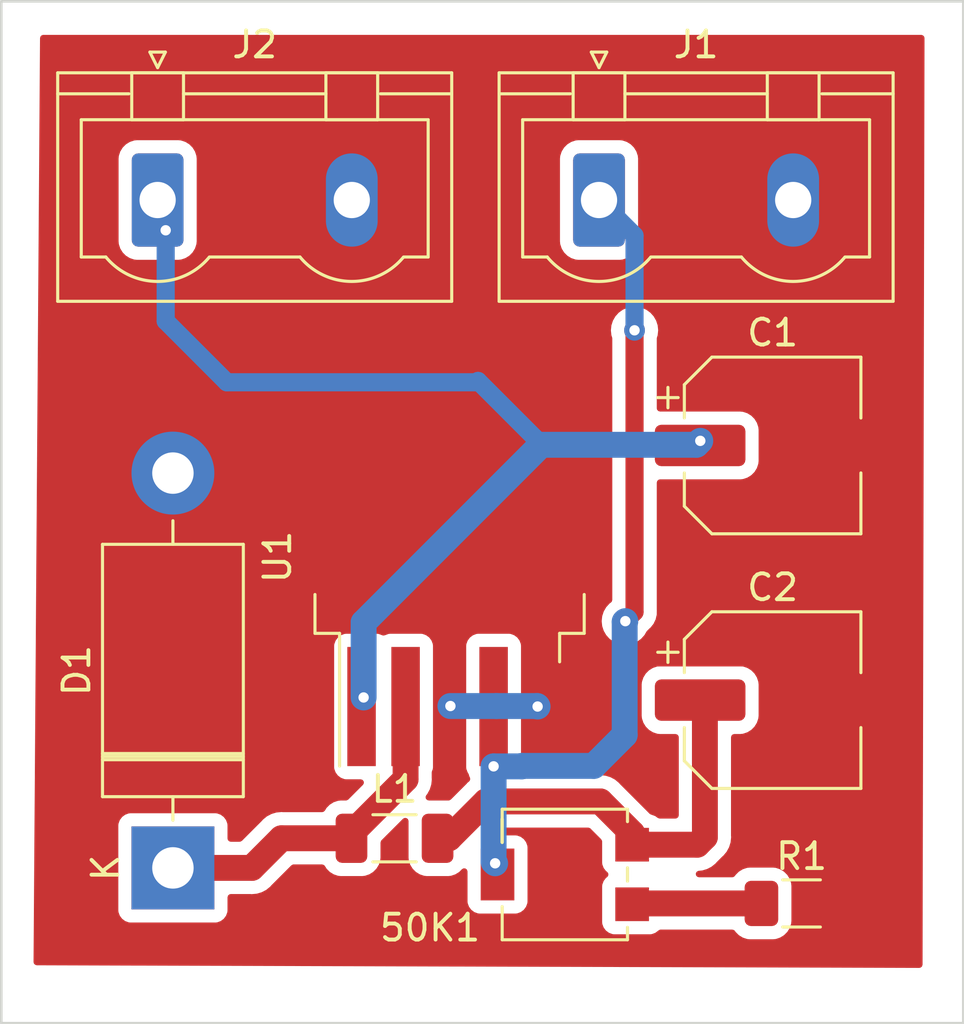
<source format=kicad_pcb>
(kicad_pcb (version 20211014) (generator pcbnew)
  (layers (0 "F.Cu" signal) (31 "B.Cu" signal) (34 "B.Paste" user) (35 "F.Paste" user) (36 "B.SilkS" user "B.Silkscreen") (37 "F.SilkS" user "F.Silkscreen") (38 "B.Mask" user) (39 "F.Mask" user) (44 "Edge.Cuts" user))
  (net 0 "")
  (net 1 "Net-(50K1-Pad1)")
  (net 2 "Net-(50K1-Pad2)")
  (net 3 "Net-(50K1-Pad3)")
  (net 4 "Net-(U1-Pad1)")
  (net 5 "GND")
  (net 6 "Net-(D1-Pad1)")
  (footprint "Capacitor_SMD:CP_Elec_6.3x5.9" (layer "F.Cu") (at 185.6486 90.424)
    (fp_text reference "C1" (at 0 -4.35) (layer "F.SilkS"))
    (fp_text value "C_Polarized")
    (fp_line (start -3.41 2.345563) (end -2.345563 3.41) (layer "F.SilkS") (width 0.12))
    (fp_line (start -4.04375 -2.24125) (end -4.04375 -1.45375) (layer "F.SilkS") (width 0.12))
    (fp_line (start -3.41 -2.345563) (end -3.41 -1.06) (layer "F.SilkS") (width 0.12))
    (fp_line (start -3.41 -2.345563) (end -2.345563 -3.41) (layer "F.SilkS") (width 0.12))
    (fp_line (start -3.41 2.345563) (end -3.41 1.06) (layer "F.SilkS") (width 0.12))
    (fp_line (start -2.345563 -3.41) (end 3.41 -3.41) (layer "F.SilkS") (width 0.12))
    (fp_line (start -4.4375 -1.8475) (end -3.65 -1.8475) (layer "F.SilkS") (width 0.12))
    (fp_line (start -2.345563 3.41) (end 3.41 3.41) (layer "F.SilkS") (width 0.12))
    (fp_line (start 3.41 -3.41) (end 3.41 -1.06) (layer "F.SilkS") (width 0.12))
    (fp_line (start 3.41 3.41) (end 3.41 1.06) (layer "F.SilkS") (width 0.12))
    (pad "1" smd roundrect (at -2.8 0) (size 3.5 1.6) (layers "F.Cu" "F.Paste" "F.Mask") (roundrect_rratio 0.15625) (net 4 "Net-(U1-Pad1)"))
    (pad "2" smd roundrect (at 2.8 0) (size 3.5 1.6) (layers "F.Cu" "F.Paste" "F.Mask") (roundrect_rratio 0.15625) (net 5 "GND"))
  )
  (footprint "Capacitor_SMD:CP_Elec_6.3x5.9" (layer "F.Cu") (at 185.6486 100.2538)
    (fp_text reference "C2" (at 0 -4.35) (layer "F.SilkS"))
    (fp_text value "C_Polarized")
    (fp_line (start -3.41 -2.345563) (end -3.41 -1.06) (layer "F.SilkS") (width 0.12))
    (fp_line (start -3.41 -2.345563) (end -2.345563 -3.41) (layer "F.SilkS") (width 0.12))
    (fp_line (start -2.345563 3.41) (end 3.41 3.41) (layer "F.SilkS") (width 0.12))
    (fp_line (start -4.04375 -2.24125) (end -4.04375 -1.45375) (layer "F.SilkS") (width 0.12))
    (fp_line (start -3.41 2.345563) (end -3.41 1.06) (layer "F.SilkS") (width 0.12))
    (fp_line (start -3.41 2.345563) (end -2.345563 3.41) (layer "F.SilkS") (width 0.12))
    (fp_line (start -2.345563 -3.41) (end 3.41 -3.41) (layer "F.SilkS") (width 0.12))
    (fp_line (start 3.41 -3.41) (end 3.41 -1.06) (layer "F.SilkS") (width 0.12))
    (fp_line (start -4.4375 -1.8475) (end -3.65 -1.8475) (layer "F.SilkS") (width 0.12))
    (fp_line (start 3.41 3.41) (end 3.41 1.06) (layer "F.SilkS") (width 0.12))
    (pad "1" smd roundrect (at -2.8 0) (size 3.5 1.6) (layers "F.Cu" "F.Paste" "F.Mask") (roundrect_rratio 0.15625) (net 1 "Net-(50K1-Pad1)"))
    (pad "2" smd roundrect (at 2.8 0) (size 3.5 1.6) (layers "F.Cu" "F.Paste" "F.Mask") (roundrect_rratio 0.15625) (net 5 "GND"))
  )
  (footprint "Diode_THT:D_DO-201AD_P15.24mm_Horizontal" (layer "F.Cu") (at 162.4838 106.7308 90)
    (fp_text reference "D1" (at 7.62 -3.72 90) (layer "F.SilkS"))
    (fp_text value "1N5822")
    (fp_text user "K" (at 0 -2.6 90) (layer "F.SilkS"))
    (fp_line (start 1.84 0) (end 2.75 0) (layer "F.SilkS") (width 0.12))
    (fp_line (start 4.175 -2.72) (end 4.175 2.72) (layer "F.SilkS") (width 0.12))
    (fp_line (start 2.75 -2.72) (end 2.75 2.72) (layer "F.SilkS") (width 0.12))
    (fp_line (start 4.415 -2.72) (end 4.415 2.72) (layer "F.SilkS") (width 0.12))
    (fp_line (start 13.4 0) (end 12.49 0) (layer "F.SilkS") (width 0.12))
    (fp_line (start 12.49 -2.72) (end 2.75 -2.72) (layer "F.SilkS") (width 0.12))
    (fp_line (start 4.295 -2.72) (end 4.295 2.72) (layer "F.SilkS") (width 0.12))
    (fp_line (start 12.49 2.72) (end 12.49 -2.72) (layer "F.SilkS") (width 0.12))
    (fp_line (start 2.75 2.72) (end 12.49 2.72) (layer "F.SilkS") (width 0.12))
    (pad "1" thru_hole rect (at 0 0 90) (size 3.2 3.2) (drill 1.6) (layers *.Cu *.Mask) (net 6 "Net-(D1-Pad1)"))
    (pad "2" thru_hole oval (at 15.24 0 90) (size 3.2 3.2) (drill 1.6) (layers *.Cu *.Mask) (net 5 "GND"))
  )
  (footprint "Package_TO_SOT_SMD:TO-263-5_TabPin3" (layer "F.Cu") (at 173.1708 94.7268 90)
    (fp_text reference "U1" (at 0 -6.65 90) (layer "F.SilkS"))
    (fp_text value "LM2576HVS-ADJ")
    (fp_line (start -2.95 5.2) (end -2.95 4.25) (layer "F.SilkS") (width 0.12))
    (fp_line (start -1.45 5.2) (end -2.95 5.2) (layer "F.SilkS") (width 0.12))
    (fp_line (start -2.95 -5.2) (end -2.95 -4.25) (layer "F.SilkS") (width 0.12))
    (fp_line (start -2.95 4.25) (end -4.05 4.25) (layer "F.SilkS") (width 0.12))
    (fp_line (start -2.95 -4.25) (end -8.075 -4.25) (layer "F.SilkS") (width 0.12))
    (fp_line (start -1.45 -5.2) (end -2.95 -5.2) (layer "F.SilkS") (width 0.12))
    (pad "1" smd rect (at -5.775 -3.4 90) (size 4.6 1.1) (layers "F.Cu" "F.Paste" "F.Mask") (net 4 "Net-(U1-Pad1)"))
    (pad "2" smd rect (at -5.775 -1.7 90) (size 4.6 1.1) (layers "F.Cu" "F.Paste" "F.Mask") (net 6 "Net-(D1-Pad1)"))
    (pad "3" smd rect (at 3.375 0 90) (size 9.4 10.8) (layers "F.Cu" "F.Mask") (net 5 "GND"))
    (pad "3" smd rect (at -5.775 0 90) (size 4.6 1.1) (layers "F.Cu" "F.Paste" "F.Mask") (net 5 "GND"))
    (pad "4" smd rect (at -5.775 1.7 90) (size 4.6 1.1) (layers "F.Cu" "F.Paste" "F.Mask") (net 2 "Net-(50K1-Pad2)"))
    (pad "5" smd rect (at -5.775 3.4 90) (size 4.6 1.1) (layers "F.Cu" "F.Paste" "F.Mask") (net 5 "GND"))
  )
  (footprint "Connector_Phoenix_GMSTB:PhoenixContact_GMSTBVA_2,5_2-G_1x02_P7.50mm_Vertical" (layer "F.Cu") (at 161.893 80.9498)
    (fp_text reference "J2" (at 3.75 -6) (layer "F.SilkS"))
    (fp_text value "klemens")
    (fp_line (start 0.3 -5.71) (end 0 -5.11) (layer "F.SilkS") (width 0.12))
    (fp_line (start 1 -4.1) (end 6.5 -4.1) (layer "F.SilkS") (width 0.12))
    (fp_line (start 0 -5.11) (end -0.3 -5.71) (layer "F.SilkS") (width 0.12))
    (fp_line (start 8.5 -3.1) (end 6.5 -3.1) (layer "F.SilkS") (width 0.12))
    (fp_line (start -2.95 2.2) (end -2.95 -3.1) (layer "F.SilkS") (width 0.12))
    (fp_line (start 1 -3.1) (end -1 -3.1) (layer "F.SilkS") (width 0.12))
    (fp_line (start -0.3 -5.71) (end 0.3 -5.71) (layer "F.SilkS") (width 0.12))
    (fp_line (start -2 2.2) (end -2.95 2.2) (layer "F.SilkS") (width 0.12))
    (fp_line (start 8.5 -4.91) (end 8.5 -3.1) (layer "F.SilkS") (width 0.12))
    (fp_line (start 6.5 -3.1) (end 6.5 -4.91) (layer "F.SilkS") (width 0.12))
    (fp_line (start -3.86 -4.91) (end -3.86 3.91) (layer "F.SilkS") (width 0.12))
    (fp_line (start 11.36 -4.1) (end 8.61 -4.1) (layer "F.SilkS") (width 0.12))
    (fp_line (start -2.95 -3.1) (end 10.45 -3.1) (layer "F.SilkS") (width 0.12))
    (fp_line (start 10.45 2.2) (end 9.5 2.2) (layer "F.SilkS") (width 0.12))
    (fp_line (start -1 -4.91) (end 1 -4.91) (layer "F.SilkS") (width 0.12))
    (fp_line (start 1 -4.91) (end 1 -3.1) (layer "F.SilkS") (width 0.12))
    (fp_line (start -3.86 3.91) (end 11.36 3.91) (layer "F.SilkS") (width 0.12))
    (fp_line (start 2 2.2) (end 5.5 2.2) (layer "F.SilkS") (width 0.12))
    (fp_line (start 10.45 -3.1) (end 10.45 2.2) (layer "F.SilkS") (width 0.12))
    (fp_line (start 11.36 -4.91) (end -3.86 -4.91) (layer "F.SilkS") (width 0.12))
    (fp_line (start 6.5 -4.91) (end 8.5 -4.91) (layer "F.SilkS") (width 0.12))
    (fp_line (start 11.36 3.91) (end 11.36 -4.91) (layer "F.SilkS") (width 0.12))
    (fp_line (start -3.86 -4.1) (end -1.11 -4.1) (layer "F.SilkS") (width 0.12))
    (fp_line (start -1 -3.1) (end -1 -4.91) (layer "F.SilkS") (width 0.12))
    (fp_arc (start 9.486842 2.215821) (mid 7.489711 3.142758) (end 5.5 2.2) (layer "F.SilkS") (width 0.12))
    (fp_arc (start 1.986842 2.215821) (mid -0.010289 3.142758) (end -2 2.2) (layer "F.SilkS") (width 0.12))
    (pad "1" thru_hole roundrect (at 0 0) (size 2 3.6) (drill 1.4) (layers *.Cu *.Mask) (roundrect_rratio 0.125) (net 4 "Net-(U1-Pad1)"))
    (pad "2" thru_hole oval (at 7.5 0) (size 2 3.6) (drill 1.4) (layers *.Cu *.Mask) (net 5 "GND"))
  )
  (footprint "Potentiometer_SMD:Potentiometer_Bourns_3224G_Horizontal" (layer "F.Cu") (at 177.6222 106.9848)
    (fp_text reference "50K1" (at -5.207 2.0574) (layer "F.SilkS"))
    (fp_text value "R_Potentiometer")
    (fp_line (start -2.42 1.24) (end -2.42 2.52) (layer "F.SilkS") (width 0.12))
    (fp_line (start -2.42 -2.52) (end 2.42 -2.52) (layer "F.SilkS") (width 0.12))
    (fp_line (start 2.42 -2.52) (end 2.42 -2.04) (layer "F.SilkS") (width 0.12))
    (fp_line (start -2.42 -2.14) (end -2.42 -1.24) (layer "F.SilkS") (width 0.12))
    (fp_line (start -2.42 2.52) (end 2.42 2.52) (layer "F.SilkS") (width 0.12))
    (fp_line (start 2.42 -0.26) (end 2.42 0.26) (layer "F.SilkS") (width 0.12))
    (fp_line (start -2.42 -2.14) (end -2.42 -1.24) (layer "F.SilkS") (width 0.12))
    (fp_line (start -2.42 -2.52) (end -2.42 -1.24) (layer "F.SilkS") (width 0.12))
    (fp_line (start -2.42 -2.14) (end -2.42 -2.14) (layer "F.SilkS") (width 0.12))
    (fp_line (start 2.42 2.04) (end 2.42 2.52) (layer "F.SilkS") (width 0.12))
    (pad "1" smd rect (at 2.6 -1.15) (size 1.3 1.3) (layers "F.Cu" "F.Paste" "F.Mask") (net 1 "Net-(50K1-Pad1)"))
    (pad "2" smd rect (at -2.6 0) (size 1.3 2) (layers "F.Cu" "F.Paste" "F.Mask") (net 2 "Net-(50K1-Pad2)"))
    (pad "3" smd rect (at 2.6 1.15) (size 1.3 1.3) (layers "F.Cu" "F.Paste" "F.Mask") (net 3 "Net-(50K1-Pad3)"))
  )
  (footprint "Inductor_SMD:L_1206_3216Metric_Pad1.22x1.90mm_HandSolder" (layer "F.Cu") (at 171.0436 105.5878)
    (fp_text reference "L1" (at 0 -1.9) (layer "F.SilkS"))
    (fp_text value "150uH")
    (fp_line (start -0.835242 0.91) (end 0.835242 0.91) (layer "F.SilkS") (width 0.12))
    (fp_line (start -0.835242 -0.91) (end 0.835242 -0.91) (layer "F.SilkS") (width 0.12))
    (pad "1" smd roundrect (at -1.6625 0) (size 1.225 1.9) (layers "F.Cu" "F.Paste" "F.Mask") (roundrect_rratio 0.2040816327) (net 6 "Net-(D1-Pad1)"))
    (pad "2" smd roundrect (at 1.6625 0) (size 1.225 1.9) (layers "F.Cu" "F.Paste" "F.Mask") (roundrect_rratio 0.2040816327) (net 1 "Net-(50K1-Pad1)"))
  )
  (footprint "Connector_Phoenix_GMSTB:PhoenixContact_GMSTBVA_2,5_2-G_1x02_P7.50mm_Vertical" (layer "F.Cu") (at 178.943 80.9498)
    (fp_text reference "J1" (at 3.75 -6) (layer "F.SilkS"))
    (fp_text value "klemens")
    (fp_line (start -3.86 3.91) (end 11.36 3.91) (layer "F.SilkS") (width 0.12))
    (fp_line (start -2.95 -3.1) (end 10.45 -3.1) (layer "F.SilkS") (width 0.12))
    (fp_line (start 11.36 -4.1) (end 8.61 -4.1) (layer "F.SilkS") (width 0.12))
    (fp_line (start 6.5 -3.1) (end 6.5 -4.91) (layer "F.SilkS") (width 0.12))
    (fp_line (start 0 -5.11) (end -0.3 -5.71) (layer "F.SilkS") (width 0.12))
    (fp_line (start -1 -4.91) (end 1 -4.91) (layer "F.SilkS") (width 0.12))
    (fp_line (start -2.95 2.2) (end -2.95 -3.1) (layer "F.SilkS") (width 0.12))
    (fp_line (start 0.3 -5.71) (end 0 -5.11) (layer "F.SilkS") (width 0.12))
    (fp_line (start -2 2.2) (end -2.95 2.2) (layer "F.SilkS") (width 0.12))
    (fp_line (start 1 -3.1) (end -1 -3.1) (layer "F.SilkS") (width 0.12))
    (fp_line (start 8.5 -4.91) (end 8.5 -3.1) (layer "F.SilkS") (width 0.12))
    (fp_line (start 11.36 -4.91) (end -3.86 -4.91) (layer "F.SilkS") (width 0.12))
    (fp_line (start 1 -4.91) (end 1 -3.1) (layer "F.SilkS") (width 0.12))
    (fp_line (start 8.5 -3.1) (end 6.5 -3.1) (layer "F.SilkS") (width 0.12))
    (fp_line (start 10.45 2.2) (end 9.5 2.2) (layer "F.SilkS") (width 0.12))
    (fp_line (start -3.86 -4.1) (end -1.11 -4.1) (layer "F.SilkS") (width 0.12))
    (fp_line (start -1 -3.1) (end -1 -4.91) (layer "F.SilkS") (width 0.12))
    (fp_line (start 2 2.2) (end 5.5 2.2) (layer "F.SilkS") (width 0.12))
    (fp_line (start 1 -4.1) (end 6.5 -4.1) (layer "F.SilkS") (width 0.12))
    (fp_line (start 6.5 -4.91) (end 8.5 -4.91) (layer "F.SilkS") (width 0.12))
    (fp_line (start -3.86 -4.91) (end -3.86 3.91) (layer "F.SilkS") (width 0.12))
    (fp_line (start -0.3 -5.71) (end 0.3 -5.71) (layer "F.SilkS") (width 0.12))
    (fp_line (start 10.45 -3.1) (end 10.45 2.2) (layer "F.SilkS") (width 0.12))
    (fp_line (start 11.36 3.91) (end 11.36 -4.91) (layer "F.SilkS") (width 0.12))
    (fp_arc (start 9.486842 2.215821) (mid 7.489711 3.142758) (end 5.5 2.2) (layer "F.SilkS") (width 0.12))
    (fp_arc (start 1.986842 2.215821) (mid -0.010289 3.142758) (end -2 2.2) (layer "F.SilkS") (width 0.12))
    (pad "1" thru_hole roundrect (at 0 0) (size 2 3.6) (drill 1.4) (layers *.Cu *.Mask) (roundrect_rratio 0.125) (net 2 "Net-(50K1-Pad2)"))
    (pad "2" thru_hole oval (at 7.5 0) (size 2 3.6) (drill 1.4) (layers *.Cu *.Mask) (net 5 "GND"))
  )
  (footprint "Resistor_SMD:R_1206_3216Metric_Pad1.30x1.75mm_HandSolder" (layer "F.Cu") (at 186.7662 108.1024)
    (fp_text reference "R1" (at 0 -1.82) (layer "F.SilkS"))
    (fp_text value "1.21K")
    (fp_line (start -0.727064 0.91) (end 0.727064 0.91) (layer "F.SilkS") (width 0.12))
    (fp_line (start -0.727064 -0.91) (end 0.727064 -0.91) (layer "F.SilkS") (width 0.12))
    (pad "1" smd roundrect (at -1.55 0) (size 1.3 1.75) (layers "F.Cu" "F.Paste" "F.Mask") (roundrect_rratio 0.1923076923) (net 3 "Net-(50K1-Pad3)"))
    (pad "2" smd roundrect (at 1.55 0) (size 1.3 1.75) (layers "F.Cu" "F.Paste" "F.Mask") (roundrect_rratio 0.1923076923) (net 5 "GND"))
  )
  (gr_rect (start 155.8544 73.279) (end 193.0146 112.7252) (layer "Edge.Cuts") (width 0.1) (fill none))
  (segment (start 180.2222 105.8348) (end 182.7346 105.8348) (width 1) (layer "F.Cu") (net 1))
  (segment (start 174.5742 104.1654) (end 178.9938 104.1654) (width 1) (layer "F.Cu") (net 1))
  (segment (start 182.7346 105.8348) (end 183.0324 105.537) (width 1) (layer "F.Cu") (net 1))
  (segment (start 178.9938 104.1654) (end 180.2222 105.3938) (width 1) (layer "F.Cu") (net 1))
  (segment (start 173.1518 105.5878) (end 174.5742 104.1654) (width 1) (layer "F.Cu") (net 1))
  (segment (start 183.0324 100.4376) (end 182.8486 100.2538) (width 1) (layer "F.Cu") (net 1))
  (segment (start 172.7061 105.5878) (end 173.1518 105.5878) (width 1) (layer "F.Cu") (net 1))
  (segment (start 180.2222 105.3938) (end 180.2222 105.8348) (width 1) (layer "F.Cu") (net 1))
  (segment (start 183.0324 105.537) (end 183.0324 100.4376) (width 1) (layer "F.Cu") (net 1))
  (segment (start 174.8708 100.5018) (end 174.8708 102.811) (width 1) (layer "F.Cu") (net 2))
  (segment (start 180.3146 85.979) (end 180.3146 96.8502) (width 0.7) (layer "F.Cu") (net 2))
  (segment (start 180.3146 96.8502) (end 179.959 97.2058) (width 0.7) (layer "F.Cu") (net 2))
  (via (at 174.9298 106.553) (size 0.8) (drill 0.4) (layers "F.Cu" "B.Cu") (net 2))
  (via (at 174.8708 102.811) (size 0.8) (drill 0.4) (layers "F.Cu" "B.Cu") (net 2))
  (via (at 179.959 97.2058) (size 0.8) (drill 0.4) (layers "F.Cu" "B.Cu") (net 2))
  (via (at 180.3146 85.979) (size 0.8) (drill 0.4) (layers "F.Cu" "B.Cu") (net 2))
  (segment (start 178.7398 102.7938) (end 175.975856 102.7938) (width 1) (layer "B.Cu") (net 2))
  (segment (start 179.9336 97.2312) (end 179.9336 101.6) (width 1) (layer "B.Cu") (net 2))
  (segment (start 175.958656 102.811) (end 174.8708 102.811) (width 1) (layer "B.Cu") (net 2))
  (segment (start 179.959 97.2058) (end 179.9336 97.2312) (width 1) (layer "B.Cu") (net 2))
  (segment (start 174.8708 102.811) (end 174.8708 106.494) (width 1) (layer "B.Cu") (net 2))
  (segment (start 179.9336 101.6) (end 178.7398 102.7938) (width 1) (layer "B.Cu") (net 2))
  (segment (start 180.3146 85.979) (end 180.3146 82.3214) (width 0.7) (layer "B.Cu") (net 2))
  (segment (start 175.975856 102.7938) (end 175.958656 102.811) (width 1) (layer "B.Cu") (net 2))
  (segment (start 174.8708 106.494) (end 174.9298 106.553) (width 1) (layer "B.Cu") (net 2))
  (segment (start 180.3146 82.3214) (end 178.943 80.9498) (width 0.7) (layer "B.Cu") (net 2))
  (segment (start 185.2162 108.1024) (end 180.2546 108.1024) (width 1) (layer "F.Cu") (net 3))
  (segment (start 180.2546 108.1024) (end 180.2222 108.1348) (width 1) (layer "F.Cu") (net 3))
  (via (at 169.8498 100.1522) (size 0.8) (drill 0.4) (layers "F.Cu" "B.Cu") (net 4))
  (via (at 182.8546 90.2462) (size 0.8) (drill 0.4) (layers "F.Cu" "B.Cu") (net 4))
  (via (at 162.2044 82.1182) (size 0.8) (drill 0.4) (layers "F.Cu" "B.Cu") (net 4))
  (segment (start 162.2044 82.1182) (end 162.2044 85.6234) (width 0.7) (layer "B.Cu") (net 4))
  (segment (start 174.2186 87.9856) (end 174.2694 87.9348) (width 0.7) (layer "B.Cu") (net 4))
  (segment (start 176.7078 90.3732) (end 176.7078 90.3986) (width 0.7) (layer "B.Cu") (net 4))
  (segment (start 169.8498 100.1522) (end 169.8498 97.2566) (width 1) (layer "B.Cu") (net 4))
  (segment (start 182.7022 90.3986) (end 182.8546 90.2462) (width 1) (layer "B.Cu") (net 4))
  (segment (start 162.2044 85.6234) (end 164.5666 87.9856) (width 0.7) (layer "B.Cu") (net 4))
  (segment (start 169.8498 97.2566) (end 176.7078 90.3986) (width 1) (layer "B.Cu") (net 4))
  (segment (start 164.5666 87.9856) (end 174.2186 87.9856) (width 0.7) (layer "B.Cu") (net 4))
  (segment (start 174.2694 87.9348) (end 176.7078 90.3732) (width 0.7) (layer "B.Cu") (net 4))
  (segment (start 176.7078 90.3986) (end 182.7022 90.3986) (width 1) (layer "B.Cu") (net 4))
  (segment (start 162.4838 91.4908) (end 173.0318 91.4908) (width 1) (layer "F.Cu") (net 5))
  (segment (start 173.1708 91.3518) (end 176.5708 94.7518) (width 1) (layer "F.Cu") (net 5))
  (segment (start 188.4486 100.2538) (end 186.7976 98.6028) (width 0.7) (layer "F.Cu") (net 5))
  (segment (start 173.0318 91.4908) (end 173.1708 91.3518) (width 1) (layer "F.Cu") (net 5))
  (segment (start 169.393 87.574) (end 173.1708 91.3518) (width 1) (layer "F.Cu") (net 5))
  (segment (start 188.4486 107.97) (end 188.3162 108.1024) (width 0.7) (layer "F.Cu") (net 5))
  (segment (start 169.393 80.9498) (end 169.393 87.574) (width 1) (layer "F.Cu") (net 5))
  (segment (start 186.443 85.4272) (end 188.4486 87.4328) (width 1) (layer "F.Cu") (net 5))
  (segment (start 178.4698 98.6028) (end 176.5708 100.5018) (width 0.7) (layer "F.Cu") (net 5))
  (segment (start 176.5708 94.7518) (end 176.5708 100.5018) (width 1) (layer "F.Cu") (net 5))
  (segment (start 186.7976 98.6028) (end 178.4698 98.6028) (width 0.7) (layer "F.Cu") (net 5))
  (segment (start 188.4486 100.2538) (end 188.4486 107.97) (width 0.7) (layer "F.Cu") (net 5))
  (segment (start 188.4486 87.4328) (end 188.4486 90.424) (width 1) (layer "F.Cu") (net 5))
  (segment (start 186.443 80.9498) (end 186.443 85.4272) (width 1) (layer "F.Cu") (net 5))
  (segment (start 188.4486 100.2538) (end 188.4486 90.424) (width 0.7) (layer "F.Cu") (net 5))
  (via (at 176.5708 100.5018) (size 0.8) (drill 0.4) (layers "F.Cu" "B.Cu") (net 5))
  (via (at 173.2026 100.4824) (size 0.8) (drill 0.4) (layers "F.Cu" "B.Cu") (net 5))
  (segment (start 176.5514 100.4824) (end 176.5708 100.5018) (width 1) (layer "B.Cu") (net 5))
  (segment (start 174.9806 100.4824) (end 176.5514 100.4824) (width 1) (layer "B.Cu") (net 5))
  (segment (start 173.2026 100.4824) (end 174.9806 100.4824) (width 1) (layer "B.Cu") (net 5))
  (segment (start 165.5318 106.7308) (end 162.4838 106.7308) (width 1) (layer "F.Cu") (net 6))
  (segment (start 166.6748 105.5878) (end 165.5318 106.7308) (width 1) (layer "F.Cu") (net 6))
  (segment (start 169.3811 105.3961) (end 169.3811 105.5878) (width 1) (layer "F.Cu") (net 6))
  (segment (start 169.3811 105.5878) (end 166.6748 105.5878) (width 1) (layer "F.Cu") (net 6))
  (segment (start 171.4708 100.5018) (end 171.4708 103.3064) (width 1) (layer "F.Cu") (net 6))
  (segment (start 171.4708 103.3064) (end 169.3811 105.3961) (width 1) (layer "F.Cu") (net 6))
  (zone (net 5) (net_name "GND") (layer "F.Cu") (connect_pads yes (clearance 0.508)) (min_thickness 0.254) (fill yes (thermal_gap 0.508) (thermal_bridge_width 0.508))
    (polygon (pts (xy 157.351039 74.5744) (xy 191.516 74.5744) (xy 191.4398 110.5916) (xy 157.099 110.49) (xy 157.351039 74.5744) (xy 156.9974 74.5744) (xy 157.353 74.295)))
  )
)
</source>
